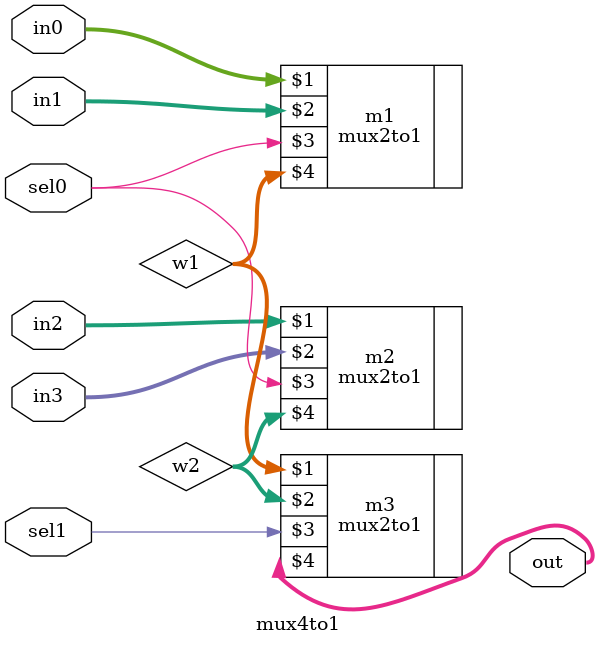
<source format=v>
module mux4to1(in0,in1,in2,in3,sel0,sel1,out);
input[7:0] in0,in1,in2,in3;
input sel0,sel1;
output[7:0] out;
wire[7:0] w1,w2;
mux2to1 m1(in0,in1,sel0,w1);
mux2to1 m2(in2,in3,sel0,w2);
mux2to1 m3(w1,w2,sel1,out);
endmodule

</source>
